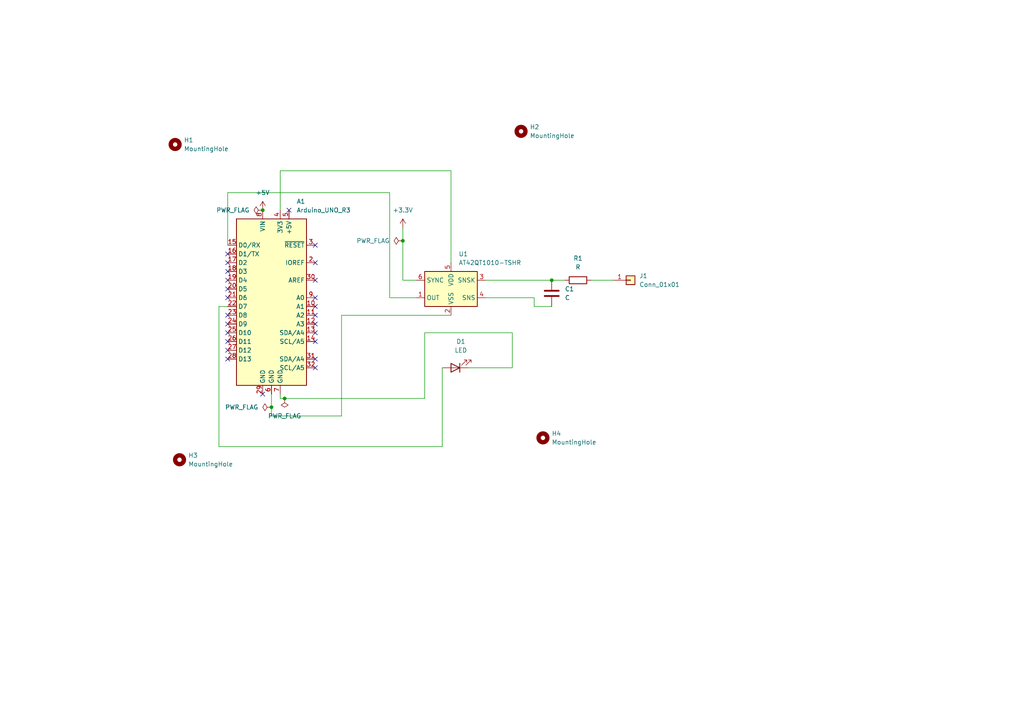
<source format=kicad_sch>
(kicad_sch (version 20230121) (generator eeschema)

  (uuid 49c4ed47-6a86-4792-809c-f287734d1167)

  (paper "A4")

  (lib_symbols
    (symbol "Connector_Generic:Conn_01x01" (pin_names (offset 1.016) hide) (in_bom yes) (on_board yes)
      (property "Reference" "J" (at 0 2.54 0)
        (effects (font (size 1.27 1.27)))
      )
      (property "Value" "Conn_01x01" (at 0 -2.54 0)
        (effects (font (size 1.27 1.27)))
      )
      (property "Footprint" "" (at 0 0 0)
        (effects (font (size 1.27 1.27)) hide)
      )
      (property "Datasheet" "~" (at 0 0 0)
        (effects (font (size 1.27 1.27)) hide)
      )
      (property "ki_keywords" "connector" (at 0 0 0)
        (effects (font (size 1.27 1.27)) hide)
      )
      (property "ki_description" "Generic connector, single row, 01x01, script generated (kicad-library-utils/schlib/autogen/connector/)" (at 0 0 0)
        (effects (font (size 1.27 1.27)) hide)
      )
      (property "ki_fp_filters" "Connector*:*_1x??_*" (at 0 0 0)
        (effects (font (size 1.27 1.27)) hide)
      )
      (symbol "Conn_01x01_1_1"
        (rectangle (start -1.27 0.127) (end 0 -0.127)
          (stroke (width 0.1524) (type default))
          (fill (type none))
        )
        (rectangle (start -1.27 1.27) (end 1.27 -1.27)
          (stroke (width 0.254) (type default))
          (fill (type background))
        )
        (pin passive line (at -5.08 0 0) (length 3.81)
          (name "Pin_1" (effects (font (size 1.27 1.27))))
          (number "1" (effects (font (size 1.27 1.27))))
        )
      )
    )
    (symbol "Device:C" (pin_numbers hide) (pin_names (offset 0.254)) (in_bom yes) (on_board yes)
      (property "Reference" "C" (at 0.635 2.54 0)
        (effects (font (size 1.27 1.27)) (justify left))
      )
      (property "Value" "C" (at 0.635 -2.54 0)
        (effects (font (size 1.27 1.27)) (justify left))
      )
      (property "Footprint" "" (at 0.9652 -3.81 0)
        (effects (font (size 1.27 1.27)) hide)
      )
      (property "Datasheet" "~" (at 0 0 0)
        (effects (font (size 1.27 1.27)) hide)
      )
      (property "ki_keywords" "cap capacitor" (at 0 0 0)
        (effects (font (size 1.27 1.27)) hide)
      )
      (property "ki_description" "Unpolarized capacitor" (at 0 0 0)
        (effects (font (size 1.27 1.27)) hide)
      )
      (property "ki_fp_filters" "C_*" (at 0 0 0)
        (effects (font (size 1.27 1.27)) hide)
      )
      (symbol "C_0_1"
        (polyline
          (pts
            (xy -2.032 -0.762)
            (xy 2.032 -0.762)
          )
          (stroke (width 0.508) (type default))
          (fill (type none))
        )
        (polyline
          (pts
            (xy -2.032 0.762)
            (xy 2.032 0.762)
          )
          (stroke (width 0.508) (type default))
          (fill (type none))
        )
      )
      (symbol "C_1_1"
        (pin passive line (at 0 3.81 270) (length 2.794)
          (name "~" (effects (font (size 1.27 1.27))))
          (number "1" (effects (font (size 1.27 1.27))))
        )
        (pin passive line (at 0 -3.81 90) (length 2.794)
          (name "~" (effects (font (size 1.27 1.27))))
          (number "2" (effects (font (size 1.27 1.27))))
        )
      )
    )
    (symbol "Device:LED" (pin_numbers hide) (pin_names (offset 1.016) hide) (in_bom yes) (on_board yes)
      (property "Reference" "D" (at 0 2.54 0)
        (effects (font (size 1.27 1.27)))
      )
      (property "Value" "LED" (at 0 -2.54 0)
        (effects (font (size 1.27 1.27)))
      )
      (property "Footprint" "" (at 0 0 0)
        (effects (font (size 1.27 1.27)) hide)
      )
      (property "Datasheet" "~" (at 0 0 0)
        (effects (font (size 1.27 1.27)) hide)
      )
      (property "ki_keywords" "LED diode" (at 0 0 0)
        (effects (font (size 1.27 1.27)) hide)
      )
      (property "ki_description" "Light emitting diode" (at 0 0 0)
        (effects (font (size 1.27 1.27)) hide)
      )
      (property "ki_fp_filters" "LED* LED_SMD:* LED_THT:*" (at 0 0 0)
        (effects (font (size 1.27 1.27)) hide)
      )
      (symbol "LED_0_1"
        (polyline
          (pts
            (xy -1.27 -1.27)
            (xy -1.27 1.27)
          )
          (stroke (width 0.254) (type default))
          (fill (type none))
        )
        (polyline
          (pts
            (xy -1.27 0)
            (xy 1.27 0)
          )
          (stroke (width 0) (type default))
          (fill (type none))
        )
        (polyline
          (pts
            (xy 1.27 -1.27)
            (xy 1.27 1.27)
            (xy -1.27 0)
            (xy 1.27 -1.27)
          )
          (stroke (width 0.254) (type default))
          (fill (type none))
        )
        (polyline
          (pts
            (xy -3.048 -0.762)
            (xy -4.572 -2.286)
            (xy -3.81 -2.286)
            (xy -4.572 -2.286)
            (xy -4.572 -1.524)
          )
          (stroke (width 0) (type default))
          (fill (type none))
        )
        (polyline
          (pts
            (xy -1.778 -0.762)
            (xy -3.302 -2.286)
            (xy -2.54 -2.286)
            (xy -3.302 -2.286)
            (xy -3.302 -1.524)
          )
          (stroke (width 0) (type default))
          (fill (type none))
        )
      )
      (symbol "LED_1_1"
        (pin passive line (at -3.81 0 0) (length 2.54)
          (name "K" (effects (font (size 1.27 1.27))))
          (number "1" (effects (font (size 1.27 1.27))))
        )
        (pin passive line (at 3.81 0 180) (length 2.54)
          (name "A" (effects (font (size 1.27 1.27))))
          (number "2" (effects (font (size 1.27 1.27))))
        )
      )
    )
    (symbol "Device:R" (pin_numbers hide) (pin_names (offset 0)) (in_bom yes) (on_board yes)
      (property "Reference" "R" (at 2.032 0 90)
        (effects (font (size 1.27 1.27)))
      )
      (property "Value" "R" (at 0 0 90)
        (effects (font (size 1.27 1.27)))
      )
      (property "Footprint" "" (at -1.778 0 90)
        (effects (font (size 1.27 1.27)) hide)
      )
      (property "Datasheet" "~" (at 0 0 0)
        (effects (font (size 1.27 1.27)) hide)
      )
      (property "ki_keywords" "R res resistor" (at 0 0 0)
        (effects (font (size 1.27 1.27)) hide)
      )
      (property "ki_description" "Resistor" (at 0 0 0)
        (effects (font (size 1.27 1.27)) hide)
      )
      (property "ki_fp_filters" "R_*" (at 0 0 0)
        (effects (font (size 1.27 1.27)) hide)
      )
      (symbol "R_0_1"
        (rectangle (start -1.016 -2.54) (end 1.016 2.54)
          (stroke (width 0.254) (type default))
          (fill (type none))
        )
      )
      (symbol "R_1_1"
        (pin passive line (at 0 3.81 270) (length 1.27)
          (name "~" (effects (font (size 1.27 1.27))))
          (number "1" (effects (font (size 1.27 1.27))))
        )
        (pin passive line (at 0 -3.81 90) (length 1.27)
          (name "~" (effects (font (size 1.27 1.27))))
          (number "2" (effects (font (size 1.27 1.27))))
        )
      )
    )
    (symbol "MCU_Module:Arduino_UNO_R3" (in_bom yes) (on_board yes)
      (property "Reference" "A" (at -10.16 23.495 0)
        (effects (font (size 1.27 1.27)) (justify left bottom))
      )
      (property "Value" "Arduino_UNO_R3" (at 5.08 -26.67 0)
        (effects (font (size 1.27 1.27)) (justify left top))
      )
      (property "Footprint" "Module:Arduino_UNO_R3" (at 0 0 0)
        (effects (font (size 1.27 1.27) italic) hide)
      )
      (property "Datasheet" "https://www.arduino.cc/en/Main/arduinoBoardUno" (at 0 0 0)
        (effects (font (size 1.27 1.27)) hide)
      )
      (property "ki_keywords" "Arduino UNO R3 Microcontroller Module Atmel AVR USB" (at 0 0 0)
        (effects (font (size 1.27 1.27)) hide)
      )
      (property "ki_description" "Arduino UNO Microcontroller Module, release 3" (at 0 0 0)
        (effects (font (size 1.27 1.27)) hide)
      )
      (property "ki_fp_filters" "Arduino*UNO*R3*" (at 0 0 0)
        (effects (font (size 1.27 1.27)) hide)
      )
      (symbol "Arduino_UNO_R3_0_1"
        (rectangle (start -10.16 22.86) (end 10.16 -25.4)
          (stroke (width 0.254) (type default))
          (fill (type background))
        )
      )
      (symbol "Arduino_UNO_R3_1_1"
        (pin no_connect line (at -10.16 -20.32 0) (length 2.54) hide
          (name "NC" (effects (font (size 1.27 1.27))))
          (number "1" (effects (font (size 1.27 1.27))))
        )
        (pin bidirectional line (at 12.7 -2.54 180) (length 2.54)
          (name "A1" (effects (font (size 1.27 1.27))))
          (number "10" (effects (font (size 1.27 1.27))))
        )
        (pin bidirectional line (at 12.7 -5.08 180) (length 2.54)
          (name "A2" (effects (font (size 1.27 1.27))))
          (number "11" (effects (font (size 1.27 1.27))))
        )
        (pin bidirectional line (at 12.7 -7.62 180) (length 2.54)
          (name "A3" (effects (font (size 1.27 1.27))))
          (number "12" (effects (font (size 1.27 1.27))))
        )
        (pin bidirectional line (at 12.7 -10.16 180) (length 2.54)
          (name "SDA/A4" (effects (font (size 1.27 1.27))))
          (number "13" (effects (font (size 1.27 1.27))))
        )
        (pin bidirectional line (at 12.7 -12.7 180) (length 2.54)
          (name "SCL/A5" (effects (font (size 1.27 1.27))))
          (number "14" (effects (font (size 1.27 1.27))))
        )
        (pin bidirectional line (at -12.7 15.24 0) (length 2.54)
          (name "D0/RX" (effects (font (size 1.27 1.27))))
          (number "15" (effects (font (size 1.27 1.27))))
        )
        (pin bidirectional line (at -12.7 12.7 0) (length 2.54)
          (name "D1/TX" (effects (font (size 1.27 1.27))))
          (number "16" (effects (font (size 1.27 1.27))))
        )
        (pin bidirectional line (at -12.7 10.16 0) (length 2.54)
          (name "D2" (effects (font (size 1.27 1.27))))
          (number "17" (effects (font (size 1.27 1.27))))
        )
        (pin bidirectional line (at -12.7 7.62 0) (length 2.54)
          (name "D3" (effects (font (size 1.27 1.27))))
          (number "18" (effects (font (size 1.27 1.27))))
        )
        (pin bidirectional line (at -12.7 5.08 0) (length 2.54)
          (name "D4" (effects (font (size 1.27 1.27))))
          (number "19" (effects (font (size 1.27 1.27))))
        )
        (pin output line (at 12.7 10.16 180) (length 2.54)
          (name "IOREF" (effects (font (size 1.27 1.27))))
          (number "2" (effects (font (size 1.27 1.27))))
        )
        (pin bidirectional line (at -12.7 2.54 0) (length 2.54)
          (name "D5" (effects (font (size 1.27 1.27))))
          (number "20" (effects (font (size 1.27 1.27))))
        )
        (pin bidirectional line (at -12.7 0 0) (length 2.54)
          (name "D6" (effects (font (size 1.27 1.27))))
          (number "21" (effects (font (size 1.27 1.27))))
        )
        (pin bidirectional line (at -12.7 -2.54 0) (length 2.54)
          (name "D7" (effects (font (size 1.27 1.27))))
          (number "22" (effects (font (size 1.27 1.27))))
        )
        (pin bidirectional line (at -12.7 -5.08 0) (length 2.54)
          (name "D8" (effects (font (size 1.27 1.27))))
          (number "23" (effects (font (size 1.27 1.27))))
        )
        (pin bidirectional line (at -12.7 -7.62 0) (length 2.54)
          (name "D9" (effects (font (size 1.27 1.27))))
          (number "24" (effects (font (size 1.27 1.27))))
        )
        (pin bidirectional line (at -12.7 -10.16 0) (length 2.54)
          (name "D10" (effects (font (size 1.27 1.27))))
          (number "25" (effects (font (size 1.27 1.27))))
        )
        (pin bidirectional line (at -12.7 -12.7 0) (length 2.54)
          (name "D11" (effects (font (size 1.27 1.27))))
          (number "26" (effects (font (size 1.27 1.27))))
        )
        (pin bidirectional line (at -12.7 -15.24 0) (length 2.54)
          (name "D12" (effects (font (size 1.27 1.27))))
          (number "27" (effects (font (size 1.27 1.27))))
        )
        (pin bidirectional line (at -12.7 -17.78 0) (length 2.54)
          (name "D13" (effects (font (size 1.27 1.27))))
          (number "28" (effects (font (size 1.27 1.27))))
        )
        (pin power_in line (at -2.54 -27.94 90) (length 2.54)
          (name "GND" (effects (font (size 1.27 1.27))))
          (number "29" (effects (font (size 1.27 1.27))))
        )
        (pin input line (at 12.7 15.24 180) (length 2.54)
          (name "~{RESET}" (effects (font (size 1.27 1.27))))
          (number "3" (effects (font (size 1.27 1.27))))
        )
        (pin input line (at 12.7 5.08 180) (length 2.54)
          (name "AREF" (effects (font (size 1.27 1.27))))
          (number "30" (effects (font (size 1.27 1.27))))
        )
        (pin bidirectional line (at 12.7 -17.78 180) (length 2.54)
          (name "SDA/A4" (effects (font (size 1.27 1.27))))
          (number "31" (effects (font (size 1.27 1.27))))
        )
        (pin bidirectional line (at 12.7 -20.32 180) (length 2.54)
          (name "SCL/A5" (effects (font (size 1.27 1.27))))
          (number "32" (effects (font (size 1.27 1.27))))
        )
        (pin power_out line (at 2.54 25.4 270) (length 2.54)
          (name "3V3" (effects (font (size 1.27 1.27))))
          (number "4" (effects (font (size 1.27 1.27))))
        )
        (pin power_out line (at 5.08 25.4 270) (length 2.54)
          (name "+5V" (effects (font (size 1.27 1.27))))
          (number "5" (effects (font (size 1.27 1.27))))
        )
        (pin power_in line (at 0 -27.94 90) (length 2.54)
          (name "GND" (effects (font (size 1.27 1.27))))
          (number "6" (effects (font (size 1.27 1.27))))
        )
        (pin power_in line (at 2.54 -27.94 90) (length 2.54)
          (name "GND" (effects (font (size 1.27 1.27))))
          (number "7" (effects (font (size 1.27 1.27))))
        )
        (pin power_in line (at -2.54 25.4 270) (length 2.54)
          (name "VIN" (effects (font (size 1.27 1.27))))
          (number "8" (effects (font (size 1.27 1.27))))
        )
        (pin bidirectional line (at 12.7 0 180) (length 2.54)
          (name "A0" (effects (font (size 1.27 1.27))))
          (number "9" (effects (font (size 1.27 1.27))))
        )
      )
    )
    (symbol "Mechanical:MountingHole" (pin_names (offset 1.016)) (in_bom yes) (on_board yes)
      (property "Reference" "H" (at 0 5.08 0)
        (effects (font (size 1.27 1.27)))
      )
      (property "Value" "MountingHole" (at 0 3.175 0)
        (effects (font (size 1.27 1.27)))
      )
      (property "Footprint" "" (at 0 0 0)
        (effects (font (size 1.27 1.27)) hide)
      )
      (property "Datasheet" "~" (at 0 0 0)
        (effects (font (size 1.27 1.27)) hide)
      )
      (property "ki_keywords" "mounting hole" (at 0 0 0)
        (effects (font (size 1.27 1.27)) hide)
      )
      (property "ki_description" "Mounting Hole without connection" (at 0 0 0)
        (effects (font (size 1.27 1.27)) hide)
      )
      (property "ki_fp_filters" "MountingHole*" (at 0 0 0)
        (effects (font (size 1.27 1.27)) hide)
      )
      (symbol "MountingHole_0_1"
        (circle (center 0 0) (radius 1.27)
          (stroke (width 1.27) (type default))
          (fill (type none))
        )
      )
    )
    (symbol "Sensor_Touch:AT42QT1010-TSHR" (in_bom yes) (on_board yes)
      (property "Reference" "U" (at -2.54 8.255 0)
        (effects (font (size 1.27 1.27)) (justify right))
      )
      (property "Value" "AT42QT1010-TSHR" (at -2.54 6.35 0)
        (effects (font (size 1.27 1.27)) (justify right))
      )
      (property "Footprint" "Package_TO_SOT_SMD:SOT-23-6" (at 1.27 -6.35 0)
        (effects (font (size 1.27 1.27)) (justify left) hide)
      )
      (property "Datasheet" "http://ww1.microchip.com/downloads/en/DeviceDoc/40001946A.pdf" (at 6.858 13.97 0)
        (effects (font (size 1.27 1.27)) hide)
      )
      (property "ki_keywords" "Touch QTouch Sensor Key" (at 0 0 0)
        (effects (font (size 1.27 1.27)) hide)
      )
      (property "ki_description" "Single-key Touch Sensor, SOT-23-6" (at 0 0 0)
        (effects (font (size 1.27 1.27)) hide)
      )
      (property "ki_fp_filters" "SOT?23*" (at 0 0 0)
        (effects (font (size 1.27 1.27)) hide)
      )
      (symbol "AT42QT1010-TSHR_0_1"
        (rectangle (start -7.62 5.08) (end 7.62 -5.08)
          (stroke (width 0.254) (type default))
          (fill (type background))
        )
      )
      (symbol "AT42QT1010-TSHR_1_1"
        (pin output line (at -10.16 -2.54 0) (length 2.54)
          (name "OUT" (effects (font (size 1.27 1.27))))
          (number "1" (effects (font (size 1.27 1.27))))
        )
        (pin power_in line (at 0 -7.62 90) (length 2.54)
          (name "VSS" (effects (font (size 1.27 1.27))))
          (number "2" (effects (font (size 1.27 1.27))))
        )
        (pin passive line (at 10.16 2.54 180) (length 2.54)
          (name "SNSK" (effects (font (size 1.27 1.27))))
          (number "3" (effects (font (size 1.27 1.27))))
        )
        (pin passive line (at 10.16 -2.54 180) (length 2.54)
          (name "SNS" (effects (font (size 1.27 1.27))))
          (number "4" (effects (font (size 1.27 1.27))))
        )
        (pin power_in line (at 0 7.62 270) (length 2.54)
          (name "VDD" (effects (font (size 1.27 1.27))))
          (number "5" (effects (font (size 1.27 1.27))))
        )
        (pin input line (at -10.16 2.54 0) (length 2.54)
          (name "SYNC" (effects (font (size 1.27 1.27))))
          (number "6" (effects (font (size 1.27 1.27))))
        )
      )
    )
    (symbol "power:+3.3V" (power) (pin_names (offset 0)) (in_bom yes) (on_board yes)
      (property "Reference" "#PWR" (at 0 -3.81 0)
        (effects (font (size 1.27 1.27)) hide)
      )
      (property "Value" "+3.3V" (at 0 3.556 0)
        (effects (font (size 1.27 1.27)))
      )
      (property "Footprint" "" (at 0 0 0)
        (effects (font (size 1.27 1.27)) hide)
      )
      (property "Datasheet" "" (at 0 0 0)
        (effects (font (size 1.27 1.27)) hide)
      )
      (property "ki_keywords" "global power" (at 0 0 0)
        (effects (font (size 1.27 1.27)) hide)
      )
      (property "ki_description" "Power symbol creates a global label with name \"+3.3V\"" (at 0 0 0)
        (effects (font (size 1.27 1.27)) hide)
      )
      (symbol "+3.3V_0_1"
        (polyline
          (pts
            (xy -0.762 1.27)
            (xy 0 2.54)
          )
          (stroke (width 0) (type default))
          (fill (type none))
        )
        (polyline
          (pts
            (xy 0 0)
            (xy 0 2.54)
          )
          (stroke (width 0) (type default))
          (fill (type none))
        )
        (polyline
          (pts
            (xy 0 2.54)
            (xy 0.762 1.27)
          )
          (stroke (width 0) (type default))
          (fill (type none))
        )
      )
      (symbol "+3.3V_1_1"
        (pin power_in line (at 0 0 90) (length 0) hide
          (name "+3.3V" (effects (font (size 1.27 1.27))))
          (number "1" (effects (font (size 1.27 1.27))))
        )
      )
    )
    (symbol "power:+5V" (power) (pin_names (offset 0)) (in_bom yes) (on_board yes)
      (property "Reference" "#PWR" (at 0 -3.81 0)
        (effects (font (size 1.27 1.27)) hide)
      )
      (property "Value" "+5V" (at 0 3.556 0)
        (effects (font (size 1.27 1.27)))
      )
      (property "Footprint" "" (at 0 0 0)
        (effects (font (size 1.27 1.27)) hide)
      )
      (property "Datasheet" "" (at 0 0 0)
        (effects (font (size 1.27 1.27)) hide)
      )
      (property "ki_keywords" "global power" (at 0 0 0)
        (effects (font (size 1.27 1.27)) hide)
      )
      (property "ki_description" "Power symbol creates a global label with name \"+5V\"" (at 0 0 0)
        (effects (font (size 1.27 1.27)) hide)
      )
      (symbol "+5V_0_1"
        (polyline
          (pts
            (xy -0.762 1.27)
            (xy 0 2.54)
          )
          (stroke (width 0) (type default))
          (fill (type none))
        )
        (polyline
          (pts
            (xy 0 0)
            (xy 0 2.54)
          )
          (stroke (width 0) (type default))
          (fill (type none))
        )
        (polyline
          (pts
            (xy 0 2.54)
            (xy 0.762 1.27)
          )
          (stroke (width 0) (type default))
          (fill (type none))
        )
      )
      (symbol "+5V_1_1"
        (pin power_in line (at 0 0 90) (length 0) hide
          (name "+5V" (effects (font (size 1.27 1.27))))
          (number "1" (effects (font (size 1.27 1.27))))
        )
      )
    )
    (symbol "power:PWR_FLAG" (power) (pin_numbers hide) (pin_names (offset 0) hide) (in_bom yes) (on_board yes)
      (property "Reference" "#FLG" (at 0 1.905 0)
        (effects (font (size 1.27 1.27)) hide)
      )
      (property "Value" "PWR_FLAG" (at 0 3.81 0)
        (effects (font (size 1.27 1.27)))
      )
      (property "Footprint" "" (at 0 0 0)
        (effects (font (size 1.27 1.27)) hide)
      )
      (property "Datasheet" "~" (at 0 0 0)
        (effects (font (size 1.27 1.27)) hide)
      )
      (property "ki_keywords" "flag power" (at 0 0 0)
        (effects (font (size 1.27 1.27)) hide)
      )
      (property "ki_description" "Special symbol for telling ERC where power comes from" (at 0 0 0)
        (effects (font (size 1.27 1.27)) hide)
      )
      (symbol "PWR_FLAG_0_0"
        (pin power_out line (at 0 0 90) (length 0)
          (name "pwr" (effects (font (size 1.27 1.27))))
          (number "1" (effects (font (size 1.27 1.27))))
        )
      )
      (symbol "PWR_FLAG_0_1"
        (polyline
          (pts
            (xy 0 0)
            (xy 0 1.27)
            (xy -1.016 1.905)
            (xy 0 2.54)
            (xy 1.016 1.905)
            (xy 0 1.27)
          )
          (stroke (width 0) (type default))
          (fill (type none))
        )
      )
    )
  )

  (junction (at 76.2 60.96) (diameter 0) (color 0 0 0 0)
    (uuid 1be65b41-3833-4cc2-b676-81deddcd3430)
  )
  (junction (at 78.74 118.11) (diameter 0) (color 0 0 0 0)
    (uuid 40ce512c-5257-4cf9-9ed7-dead19ce71da)
  )
  (junction (at 82.55 115.57) (diameter 0) (color 0 0 0 0)
    (uuid 82388fde-4617-45f9-bda0-2d29b278a8ea)
  )
  (junction (at 116.84 69.85) (diameter 0) (color 0 0 0 0)
    (uuid c64ed172-180e-483f-a7f5-49f0d69ebbff)
  )
  (junction (at 160.02 81.28) (diameter 0) (color 0 0 0 0)
    (uuid ec48f022-1810-4297-b647-d1d76dcc7e4c)
  )

  (no_connect (at 66.04 91.44) (uuid 0cb5e08d-9ed8-4ddb-8904-d0ad2f9e6819))
  (no_connect (at 91.44 99.06) (uuid 15e7ca37-5795-419f-8376-2815dba5a2f8))
  (no_connect (at 91.44 91.44) (uuid 17d9d5af-ee77-4c2f-8a5b-b700f3b5cfae))
  (no_connect (at 91.44 93.98) (uuid 1a7b8d44-8066-451e-8699-1827a8274fbe))
  (no_connect (at 91.44 88.9) (uuid 1bea3abd-05b6-48dd-aa22-6a1fdf836c05))
  (no_connect (at 91.44 81.28) (uuid 1d3f06a9-9c11-4339-83d7-507e3b276b7e))
  (no_connect (at 91.44 96.52) (uuid 2674a177-1bad-44e9-945d-520ed3b09474))
  (no_connect (at 66.04 86.36) (uuid 33fa4d8b-9d72-4c74-b006-8ad013e01106))
  (no_connect (at 66.04 101.6) (uuid 3ee81ee0-e5b2-4433-8dcd-8c85d7dcf2a0))
  (no_connect (at 66.04 76.2) (uuid 49a7aca2-5cd1-4ac5-8f1b-276de0732f1f))
  (no_connect (at 83.82 60.96) (uuid 4f7b7673-3f84-4765-b4b0-92174594f2c2))
  (no_connect (at 91.44 71.12) (uuid 547c174c-7b8a-4c08-b563-0602af9ebf3d))
  (no_connect (at 66.04 73.66) (uuid 7721e798-7a22-4dfa-af0f-b995d24bf107))
  (no_connect (at 66.04 81.28) (uuid 7760f1e1-e078-4a24-9da2-a461b0d1977d))
  (no_connect (at 91.44 104.14) (uuid 7b397c6c-697f-4f27-91fd-0859ea91729b))
  (no_connect (at 91.44 106.68) (uuid 81396815-3103-436b-af55-34c480c71d7d))
  (no_connect (at 91.44 86.36) (uuid a3de943a-6d09-49f6-83f8-61fe541cda14))
  (no_connect (at 66.04 78.74) (uuid ae364b35-8108-4fcc-8902-182e24cd906a))
  (no_connect (at 76.2 114.3) (uuid bca6be8c-38e0-4c53-baf0-96b3287fde74))
  (no_connect (at 91.44 76.2) (uuid c4ad5e7a-b2c7-42c4-9236-787f2ebd80ff))
  (no_connect (at 66.04 83.82) (uuid e1119e69-521b-4d36-94f0-903db9a5adc4))
  (no_connect (at 66.04 96.52) (uuid e1cc90b3-ad2c-41b2-9bfe-46727aa87c62))
  (no_connect (at 66.04 99.06) (uuid e50ae73f-c053-446b-be0b-3aed1dfc87e1))
  (no_connect (at 66.04 104.14) (uuid f1ce365f-7e3f-45d4-a3cb-7fd6c4cb0435))
  (no_connect (at 66.04 93.98) (uuid f7086f94-343a-4fdc-a5de-67847459ea8e))

  (wire (pts (xy 148.59 106.68) (xy 135.89 106.68))
    (stroke (width 0) (type default))
    (uuid 04d950f8-5cb0-44cb-8102-0ccc8587fcbf)
  )
  (wire (pts (xy 116.84 69.85) (xy 116.84 81.28))
    (stroke (width 0) (type default))
    (uuid 0f9b85bf-b730-41eb-b2ef-29310b9cc67d)
  )
  (wire (pts (xy 63.5 129.54) (xy 128.27 129.54))
    (stroke (width 0) (type default))
    (uuid 10dbe8e4-59d4-4b44-b6d8-b484b3208f21)
  )
  (wire (pts (xy 78.74 120.65) (xy 78.74 118.11))
    (stroke (width 0) (type default))
    (uuid 11c815fc-d707-4602-aa29-c73cff851706)
  )
  (wire (pts (xy 116.84 81.28) (xy 120.65 81.28))
    (stroke (width 0) (type default))
    (uuid 204c2e65-d3c9-4e3b-b1e0-5cc013112530)
  )
  (wire (pts (xy 154.94 86.36) (xy 154.94 88.9))
    (stroke (width 0) (type default))
    (uuid 20698c9e-50f1-43af-a329-4d404e0c8737)
  )
  (wire (pts (xy 171.45 81.28) (xy 177.8 81.28))
    (stroke (width 0) (type default))
    (uuid 2508d76f-e2c1-4f6d-ab65-b79b29dd1987)
  )
  (wire (pts (xy 81.28 60.96) (xy 81.28 49.53))
    (stroke (width 0) (type default))
    (uuid 2e961f3f-a34d-4463-a507-620e04726649)
  )
  (wire (pts (xy 130.81 91.44) (xy 99.06 91.44))
    (stroke (width 0) (type default))
    (uuid 2fcb4d02-c95d-4b80-80e6-05f221de9319)
  )
  (wire (pts (xy 140.97 81.28) (xy 160.02 81.28))
    (stroke (width 0) (type default))
    (uuid 3ad83664-731a-478f-9325-e4e44841ca13)
  )
  (wire (pts (xy 116.84 66.04) (xy 116.84 69.85))
    (stroke (width 0) (type default))
    (uuid 475a4ed7-33c7-45bd-a1d9-5cf64051accc)
  )
  (wire (pts (xy 123.19 115.57) (xy 123.19 96.52))
    (stroke (width 0) (type default))
    (uuid 50027229-d7ed-4087-bd9d-4ab3c6ae1d3c)
  )
  (wire (pts (xy 99.06 91.44) (xy 99.06 120.65))
    (stroke (width 0) (type default))
    (uuid 5642e9b5-b884-447a-955d-108d35c846db)
  )
  (wire (pts (xy 154.94 88.9) (xy 160.02 88.9))
    (stroke (width 0) (type default))
    (uuid 5f25517b-fbd8-4fe9-bb4a-70e4d1ce87bd)
  )
  (wire (pts (xy 66.04 88.9) (xy 63.5 88.9))
    (stroke (width 0) (type default))
    (uuid 634f817d-7014-4a59-9020-fc7d480adb78)
  )
  (wire (pts (xy 99.06 120.65) (xy 78.74 120.65))
    (stroke (width 0) (type default))
    (uuid 69f09f2f-4dd5-4487-9833-135f34b213f3)
  )
  (wire (pts (xy 78.74 118.11) (xy 78.74 114.3))
    (stroke (width 0) (type default))
    (uuid 76844246-427d-4c27-8d4c-591d34f12ffa)
  )
  (wire (pts (xy 130.81 49.53) (xy 130.81 76.2))
    (stroke (width 0) (type default))
    (uuid 7983858b-bf77-4ffb-b28e-0536cec55f89)
  )
  (wire (pts (xy 113.03 55.88) (xy 113.03 86.36))
    (stroke (width 0) (type default))
    (uuid 79f753ee-beb9-43ab-859a-f16ff01a6b0f)
  )
  (wire (pts (xy 81.28 115.57) (xy 82.55 115.57))
    (stroke (width 0) (type default))
    (uuid 7b42f8a4-dfd6-4460-9d13-6d72126cb3f8)
  )
  (wire (pts (xy 123.19 96.52) (xy 148.59 96.52))
    (stroke (width 0) (type default))
    (uuid 7f0dc604-ab9e-42d4-905b-77e79217c9d2)
  )
  (wire (pts (xy 128.27 129.54) (xy 128.27 106.68))
    (stroke (width 0) (type default))
    (uuid 813509b1-1cef-413a-b864-05507fce24e9)
  )
  (wire (pts (xy 82.55 115.57) (xy 123.19 115.57))
    (stroke (width 0) (type default))
    (uuid 977c1a1f-c692-4150-a848-ee7d59632635)
  )
  (wire (pts (xy 66.04 55.88) (xy 113.03 55.88))
    (stroke (width 0) (type default))
    (uuid 9f91b603-e37b-4607-8396-a89bec5aa820)
  )
  (wire (pts (xy 113.03 86.36) (xy 120.65 86.36))
    (stroke (width 0) (type default))
    (uuid af6d8bcd-86f0-4b07-8836-aaf80d5db022)
  )
  (wire (pts (xy 140.97 86.36) (xy 154.94 86.36))
    (stroke (width 0) (type default))
    (uuid bb86f7e8-de10-4081-9d3b-a2874c16a374)
  )
  (wire (pts (xy 63.5 88.9) (xy 63.5 129.54))
    (stroke (width 0) (type default))
    (uuid c4d6b305-2cf6-471d-a756-bbc99c58d29e)
  )
  (wire (pts (xy 160.02 81.28) (xy 163.83 81.28))
    (stroke (width 0) (type default))
    (uuid d21f6685-e4c4-4bc9-be21-608bbd0293b7)
  )
  (wire (pts (xy 81.28 114.3) (xy 81.28 115.57))
    (stroke (width 0) (type default))
    (uuid d5ce820b-a1f4-4df2-af0d-a9d7841a7f3e)
  )
  (wire (pts (xy 148.59 96.52) (xy 148.59 106.68))
    (stroke (width 0) (type default))
    (uuid e512bdae-ddd7-403b-b2f5-926d1614f667)
  )
  (wire (pts (xy 66.04 71.12) (xy 66.04 55.88))
    (stroke (width 0) (type default))
    (uuid e59cb1ab-643e-4959-bad8-d97f37a91d11)
  )
  (wire (pts (xy 81.28 49.53) (xy 130.81 49.53))
    (stroke (width 0) (type default))
    (uuid e9e9a725-b186-42b7-a275-788ead8a0bd0)
  )

  (symbol (lib_id "power:PWR_FLAG") (at 76.2 60.96 90) (unit 1)
    (in_bom yes) (on_board yes) (dnp no) (fields_autoplaced)
    (uuid 09497a00-e42f-4247-bee5-410800679ef1)
    (property "Reference" "#FLG01" (at 74.295 60.96 0)
      (effects (font (size 1.27 1.27)) hide)
    )
    (property "Value" "PWR_FLAG" (at 72.39 60.96 90)
      (effects (font (size 1.27 1.27)) (justify left))
    )
    (property "Footprint" "" (at 76.2 60.96 0)
      (effects (font (size 1.27 1.27)) hide)
    )
    (property "Datasheet" "~" (at 76.2 60.96 0)
      (effects (font (size 1.27 1.27)) hide)
    )
    (pin "1" (uuid 26e59ab6-3e12-4735-a3cb-cd7a5080f1ae))
    (instances
      (project "project2"
        (path "/49c4ed47-6a86-4792-809c-f287734d1167"
          (reference "#FLG01") (unit 1)
        )
      )
    )
  )

  (symbol (lib_id "Mechanical:MountingHole") (at 157.48 127 0) (unit 1)
    (in_bom yes) (on_board yes) (dnp no) (fields_autoplaced)
    (uuid 150504a9-053a-4d93-a2a8-e8426ae445fb)
    (property "Reference" "H4" (at 160.02 125.73 0)
      (effects (font (size 1.27 1.27)) (justify left))
    )
    (property "Value" "MountingHole" (at 160.02 128.27 0)
      (effects (font (size 1.27 1.27)) (justify left))
    )
    (property "Footprint" "MountingHole:MountingHole_2.2mm_M2_ISO14580" (at 157.48 127 0)
      (effects (font (size 1.27 1.27)) hide)
    )
    (property "Datasheet" "~" (at 157.48 127 0)
      (effects (font (size 1.27 1.27)) hide)
    )
    (instances
      (project "project2"
        (path "/49c4ed47-6a86-4792-809c-f287734d1167"
          (reference "H4") (unit 1)
        )
      )
    )
  )

  (symbol (lib_id "Mechanical:MountingHole") (at 50.8 41.91 0) (unit 1)
    (in_bom yes) (on_board yes) (dnp no) (fields_autoplaced)
    (uuid 1f0c5186-b5c7-4ad4-b4b2-8cc0e253245f)
    (property "Reference" "H1" (at 53.34 40.64 0)
      (effects (font (size 1.27 1.27)) (justify left))
    )
    (property "Value" "MountingHole" (at 53.34 43.18 0)
      (effects (font (size 1.27 1.27)) (justify left))
    )
    (property "Footprint" "MountingHole:MountingHole_2.2mm_M2_ISO14580" (at 50.8 41.91 0)
      (effects (font (size 1.27 1.27)) hide)
    )
    (property "Datasheet" "~" (at 50.8 41.91 0)
      (effects (font (size 1.27 1.27)) hide)
    )
    (instances
      (project "project2"
        (path "/49c4ed47-6a86-4792-809c-f287734d1167"
          (reference "H1") (unit 1)
        )
      )
    )
  )

  (symbol (lib_id "power:PWR_FLAG") (at 78.74 118.11 90) (unit 1)
    (in_bom yes) (on_board yes) (dnp no) (fields_autoplaced)
    (uuid 37816576-3dcd-4067-af38-35ad900ea68a)
    (property "Reference" "#FLG02" (at 76.835 118.11 0)
      (effects (font (size 1.27 1.27)) hide)
    )
    (property "Value" "PWR_FLAG" (at 74.93 118.11 90)
      (effects (font (size 1.27 1.27)) (justify left))
    )
    (property "Footprint" "" (at 78.74 118.11 0)
      (effects (font (size 1.27 1.27)) hide)
    )
    (property "Datasheet" "~" (at 78.74 118.11 0)
      (effects (font (size 1.27 1.27)) hide)
    )
    (pin "1" (uuid 05901196-fa57-4a4d-b64e-e607092e4310))
    (instances
      (project "project2"
        (path "/49c4ed47-6a86-4792-809c-f287734d1167"
          (reference "#FLG02") (unit 1)
        )
      )
    )
  )

  (symbol (lib_id "power:PWR_FLAG") (at 82.55 115.57 180) (unit 1)
    (in_bom yes) (on_board yes) (dnp no) (fields_autoplaced)
    (uuid 40569d0b-3952-4f58-909e-1ed1fc1a69a7)
    (property "Reference" "#FLG03" (at 82.55 117.475 0)
      (effects (font (size 1.27 1.27)) hide)
    )
    (property "Value" "PWR_FLAG" (at 82.55 120.65 0)
      (effects (font (size 1.27 1.27)))
    )
    (property "Footprint" "" (at 82.55 115.57 0)
      (effects (font (size 1.27 1.27)) hide)
    )
    (property "Datasheet" "~" (at 82.55 115.57 0)
      (effects (font (size 1.27 1.27)) hide)
    )
    (pin "1" (uuid 99bb093f-2732-4280-9102-c2bdf6cd670c))
    (instances
      (project "project2"
        (path "/49c4ed47-6a86-4792-809c-f287734d1167"
          (reference "#FLG03") (unit 1)
        )
      )
    )
  )

  (symbol (lib_id "Device:R") (at 167.64 81.28 90) (unit 1)
    (in_bom yes) (on_board yes) (dnp no) (fields_autoplaced)
    (uuid 5c48f9d4-2851-4ffa-af42-d942c6104419)
    (property "Reference" "R1" (at 167.64 74.93 90)
      (effects (font (size 1.27 1.27)))
    )
    (property "Value" "R" (at 167.64 77.47 90)
      (effects (font (size 1.27 1.27)))
    )
    (property "Footprint" "Resistor_THT:R_Axial_DIN0516_L15.5mm_D5.0mm_P20.32mm_Horizontal" (at 167.64 83.058 90)
      (effects (font (size 1.27 1.27)) hide)
    )
    (property "Datasheet" "~" (at 167.64 81.28 0)
      (effects (font (size 1.27 1.27)) hide)
    )
    (pin "2" (uuid 0d20312f-29b0-44a5-8118-1cbf30b9c1a5))
    (pin "1" (uuid 3d2ea786-0a33-4b96-b18d-a8ce2caf961c))
    (instances
      (project "project2"
        (path "/49c4ed47-6a86-4792-809c-f287734d1167"
          (reference "R1") (unit 1)
        )
      )
    )
  )

  (symbol (lib_id "Connector_Generic:Conn_01x01") (at 182.88 81.28 0) (unit 1)
    (in_bom yes) (on_board yes) (dnp no) (fields_autoplaced)
    (uuid 6edeeb00-e2c5-4a3a-ab57-9c57e42dcec6)
    (property "Reference" "J1" (at 185.42 80.01 0)
      (effects (font (size 1.27 1.27)) (justify left))
    )
    (property "Value" "Conn_01x01" (at 185.42 82.55 0)
      (effects (font (size 1.27 1.27)) (justify left))
    )
    (property "Footprint" "TerminalBlock_Phoenix:TerminalBlock_Phoenix_MKDS-1,5-2-5.08_1x02_P5.08mm_Horizontal" (at 182.88 81.28 0)
      (effects (font (size 1.27 1.27)) hide)
    )
    (property "Datasheet" "~" (at 182.88 81.28 0)
      (effects (font (size 1.27 1.27)) hide)
    )
    (pin "1" (uuid dc72ec16-0592-4516-a35c-98572faf94ef))
    (instances
      (project "project2"
        (path "/49c4ed47-6a86-4792-809c-f287734d1167"
          (reference "J1") (unit 1)
        )
      )
    )
  )

  (symbol (lib_id "Mechanical:MountingHole") (at 151.13 38.1 0) (unit 1)
    (in_bom yes) (on_board yes) (dnp no) (fields_autoplaced)
    (uuid 8643fcd4-942f-4be5-bd34-3056f3390ee5)
    (property "Reference" "H2" (at 153.67 36.83 0)
      (effects (font (size 1.27 1.27)) (justify left))
    )
    (property "Value" "MountingHole" (at 153.67 39.37 0)
      (effects (font (size 1.27 1.27)) (justify left))
    )
    (property "Footprint" "MountingHole:MountingHole_2.2mm_M2_ISO14580" (at 151.13 38.1 0)
      (effects (font (size 1.27 1.27)) hide)
    )
    (property "Datasheet" "~" (at 151.13 38.1 0)
      (effects (font (size 1.27 1.27)) hide)
    )
    (instances
      (project "project2"
        (path "/49c4ed47-6a86-4792-809c-f287734d1167"
          (reference "H2") (unit 1)
        )
      )
    )
  )

  (symbol (lib_id "Device:C") (at 160.02 85.09 0) (unit 1)
    (in_bom yes) (on_board yes) (dnp no) (fields_autoplaced)
    (uuid 88efe6b2-93c9-4bad-aa59-a7126e5136e0)
    (property "Reference" "C1" (at 163.83 83.82 0)
      (effects (font (size 1.27 1.27)) (justify left))
    )
    (property "Value" "C" (at 163.83 86.36 0)
      (effects (font (size 1.27 1.27)) (justify left))
    )
    (property "Footprint" "Capacitor_THT:CP_Radial_D4.0mm_P2.00mm" (at 160.9852 88.9 0)
      (effects (font (size 1.27 1.27)) hide)
    )
    (property "Datasheet" "~" (at 160.02 85.09 0)
      (effects (font (size 1.27 1.27)) hide)
    )
    (pin "2" (uuid 67160fdd-b032-4418-9da0-90903d54404d))
    (pin "1" (uuid a680b739-67a9-4d7b-9aa9-14fd62a3d45d))
    (instances
      (project "project2"
        (path "/49c4ed47-6a86-4792-809c-f287734d1167"
          (reference "C1") (unit 1)
        )
      )
    )
  )

  (symbol (lib_id "Sensor_Touch:AT42QT1010-TSHR") (at 130.81 83.82 0) (unit 1)
    (in_bom yes) (on_board yes) (dnp no) (fields_autoplaced)
    (uuid 8bbbcaa2-bfad-46ce-aafd-ee892753aee7)
    (property "Reference" "U1" (at 133.0041 73.66 0)
      (effects (font (size 1.27 1.27)) (justify left))
    )
    (property "Value" "AT42QT1010-TSHR" (at 133.0041 76.2 0)
      (effects (font (size 1.27 1.27)) (justify left))
    )
    (property "Footprint" "Package_TO_SOT_SMD:SOT-23-6" (at 132.08 90.17 0)
      (effects (font (size 1.27 1.27)) (justify left) hide)
    )
    (property "Datasheet" "http://ww1.microchip.com/downloads/en/DeviceDoc/40001946A.pdf" (at 137.668 69.85 0)
      (effects (font (size 1.27 1.27)) hide)
    )
    (pin "6" (uuid 0b73fcdf-5047-49ac-b47f-2ba139627ff6))
    (pin "3" (uuid c78ab439-6d63-453e-8da9-879297fe8de2))
    (pin "1" (uuid 42215056-ffed-4d97-9aaa-087b01a01aa6))
    (pin "5" (uuid 59890023-1c80-4b46-bfe1-9e060a6f5fc8))
    (pin "2" (uuid c87cfb2c-78af-4108-9088-049d83b6bf42))
    (pin "4" (uuid 542629bd-5494-4f16-afdd-ed1ae63d4430))
    (instances
      (project "project2"
        (path "/49c4ed47-6a86-4792-809c-f287734d1167"
          (reference "U1") (unit 1)
        )
      )
    )
  )

  (symbol (lib_id "power:PWR_FLAG") (at 116.84 69.85 90) (unit 1)
    (in_bom yes) (on_board yes) (dnp no) (fields_autoplaced)
    (uuid 8be6cbef-c552-468c-999f-85b99055499a)
    (property "Reference" "#FLG04" (at 114.935 69.85 0)
      (effects (font (size 1.27 1.27)) hide)
    )
    (property "Value" "PWR_FLAG" (at 113.03 69.85 90)
      (effects (font (size 1.27 1.27)) (justify left))
    )
    (property "Footprint" "" (at 116.84 69.85 0)
      (effects (font (size 1.27 1.27)) hide)
    )
    (property "Datasheet" "~" (at 116.84 69.85 0)
      (effects (font (size 1.27 1.27)) hide)
    )
    (pin "1" (uuid b1eea074-a853-48ee-a4dd-f8809d517a82))
    (instances
      (project "project2"
        (path "/49c4ed47-6a86-4792-809c-f287734d1167"
          (reference "#FLG04") (unit 1)
        )
      )
    )
  )

  (symbol (lib_id "MCU_Module:Arduino_UNO_R3") (at 78.74 86.36 0) (unit 1)
    (in_bom yes) (on_board yes) (dnp no) (fields_autoplaced)
    (uuid a6ee7b86-e7c0-4a18-a5a5-38b2ec92dcd5)
    (property "Reference" "A1" (at 86.0141 58.42 0)
      (effects (font (size 1.27 1.27)) (justify left))
    )
    (property "Value" "Arduino_UNO_R3" (at 86.0141 60.96 0)
      (effects (font (size 1.27 1.27)) (justify left))
    )
    (property "Footprint" "Module:Arduino_UNO_R3" (at 78.74 86.36 0)
      (effects (font (size 1.27 1.27) italic) hide)
    )
    (property "Datasheet" "https://www.arduino.cc/en/Main/arduinoBoardUno" (at 78.74 86.36 0)
      (effects (font (size 1.27 1.27)) hide)
    )
    (pin "26" (uuid 4add5edb-d5ce-4d0c-9764-1404771bf8c5))
    (pin "19" (uuid e351731e-4e57-41b1-bea2-e099f515e439))
    (pin "6" (uuid e5e84f2a-3019-4ca3-ad85-282ec5831ca2))
    (pin "4" (uuid be3d085c-14e3-4315-ba00-e801bcc07ada))
    (pin "13" (uuid fbe36c75-4029-4706-8bb1-6e0c69931882))
    (pin "17" (uuid dc500bf1-b277-49b3-8b61-8d79ac33eccd))
    (pin "16" (uuid b6518047-624f-46e9-8133-8daf8b6b1e39))
    (pin "20" (uuid 038f0141-d596-4e3c-bf15-97840c5f16ba))
    (pin "18" (uuid c5f7c526-00a4-4a8e-97de-6bcf2fd9b933))
    (pin "24" (uuid 4fc36eaa-0b59-4a52-a085-2444ae0f530f))
    (pin "7" (uuid 4285e601-0011-43ca-bf6b-e26da37a559f))
    (pin "3" (uuid e325051b-1e26-4b9b-8e28-7c2c88d86fdb))
    (pin "23" (uuid 4d66dd8a-7339-41e0-a59c-152ed1069ed1))
    (pin "28" (uuid 0a5d5e5e-c181-40f5-ba20-0c0a6ae15eb3))
    (pin "29" (uuid 4475044c-59e3-40d6-b682-c3b3ee8bc2ef))
    (pin "10" (uuid 1bc41aa6-e25e-4c7b-b5a3-a96b44d8e4c5))
    (pin "22" (uuid 4a5369e6-a33f-457a-a837-e0f4f33639ea))
    (pin "31" (uuid 1c269764-1c2f-4615-b109-343284830879))
    (pin "32" (uuid cab0f796-0cde-4107-b0c3-ab95e3b7475e))
    (pin "2" (uuid f3130e94-f3a6-4b6a-99e3-342cf8123b50))
    (pin "27" (uuid 9933315f-5c7d-42bd-be0c-d45a7b533270))
    (pin "9" (uuid f0f51793-c680-49a5-a04e-5fbf8b494a8d))
    (pin "12" (uuid fa525d7c-6366-49cb-b3ef-ca52852a65b3))
    (pin "30" (uuid fe2d4a88-8ac6-4e5d-b80f-ec9f37156479))
    (pin "1" (uuid f161a302-83cd-478a-9896-b64d852bc20d))
    (pin "11" (uuid 0faa3df4-565a-43a1-90ad-89b977a68739))
    (pin "21" (uuid 33c37479-1688-4eca-9cea-94e5d757bc03))
    (pin "5" (uuid 9b90e0b2-8dfc-4b0e-b002-fb226182234b))
    (pin "8" (uuid 8482e835-9eb5-40a8-ade3-afb8424d19d2))
    (pin "14" (uuid 813c6246-07d3-4433-81a3-b6a4f98be19b))
    (pin "15" (uuid 02566f81-fba8-4f91-9856-97b326b02b87))
    (pin "25" (uuid c3f5c91f-c420-4fa7-8091-669be1257a15))
    (instances
      (project "project2"
        (path "/49c4ed47-6a86-4792-809c-f287734d1167"
          (reference "A1") (unit 1)
        )
      )
    )
  )

  (symbol (lib_id "power:+3.3V") (at 116.84 66.04 0) (unit 1)
    (in_bom yes) (on_board yes) (dnp no) (fields_autoplaced)
    (uuid ba2d63f7-99e1-4a36-aa70-705c28c5e588)
    (property "Reference" "#PWR02" (at 116.84 69.85 0)
      (effects (font (size 1.27 1.27)) hide)
    )
    (property "Value" "+3.3V" (at 116.84 60.96 0)
      (effects (font (size 1.27 1.27)))
    )
    (property "Footprint" "" (at 116.84 66.04 0)
      (effects (font (size 1.27 1.27)) hide)
    )
    (property "Datasheet" "" (at 116.84 66.04 0)
      (effects (font (size 1.27 1.27)) hide)
    )
    (pin "1" (uuid 2f6a1862-b1be-4e8d-8e12-b1ad76e68e9e))
    (instances
      (project "project2"
        (path "/49c4ed47-6a86-4792-809c-f287734d1167"
          (reference "#PWR02") (unit 1)
        )
      )
    )
  )

  (symbol (lib_id "Device:LED") (at 132.08 106.68 180) (unit 1)
    (in_bom yes) (on_board yes) (dnp no) (fields_autoplaced)
    (uuid c6e67c2b-3188-47f8-83b1-c441656928bf)
    (property "Reference" "D1" (at 133.6675 99.06 0)
      (effects (font (size 1.27 1.27)))
    )
    (property "Value" "LED" (at 133.6675 101.6 0)
      (effects (font (size 1.27 1.27)))
    )
    (property "Footprint" "LED_THT:LED_D8.0mm" (at 132.08 106.68 0)
      (effects (font (size 1.27 1.27)) hide)
    )
    (property "Datasheet" "~" (at 132.08 106.68 0)
      (effects (font (size 1.27 1.27)) hide)
    )
    (pin "1" (uuid 197435cb-7fb9-439c-a5a3-f7d7368af938))
    (pin "2" (uuid f439dd49-3855-4ede-9c04-d9a6d7d8b9f8))
    (instances
      (project "project2"
        (path "/49c4ed47-6a86-4792-809c-f287734d1167"
          (reference "D1") (unit 1)
        )
      )
    )
  )

  (symbol (lib_id "Mechanical:MountingHole") (at 52.07 133.35 0) (unit 1)
    (in_bom yes) (on_board yes) (dnp no) (fields_autoplaced)
    (uuid eae14e8c-de41-4de1-b01d-c51d137a6627)
    (property "Reference" "H3" (at 54.61 132.08 0)
      (effects (font (size 1.27 1.27)) (justify left))
    )
    (property "Value" "MountingHole" (at 54.61 134.62 0)
      (effects (font (size 1.27 1.27)) (justify left))
    )
    (property "Footprint" "MountingHole:MountingHole_2.2mm_M2_ISO14580" (at 52.07 133.35 0)
      (effects (font (size 1.27 1.27)) hide)
    )
    (property "Datasheet" "~" (at 52.07 133.35 0)
      (effects (font (size 1.27 1.27)) hide)
    )
    (instances
      (project "project2"
        (path "/49c4ed47-6a86-4792-809c-f287734d1167"
          (reference "H3") (unit 1)
        )
      )
    )
  )

  (symbol (lib_id "power:+5V") (at 76.2 60.96 0) (unit 1)
    (in_bom yes) (on_board yes) (dnp no) (fields_autoplaced)
    (uuid f658143e-5166-4519-9d6d-9add42113bdf)
    (property "Reference" "#PWR01" (at 76.2 64.77 0)
      (effects (font (size 1.27 1.27)) hide)
    )
    (property "Value" "+5V" (at 76.2 55.88 0)
      (effects (font (size 1.27 1.27)))
    )
    (property "Footprint" "" (at 76.2 60.96 0)
      (effects (font (size 1.27 1.27)) hide)
    )
    (property "Datasheet" "" (at 76.2 60.96 0)
      (effects (font (size 1.27 1.27)) hide)
    )
    (pin "1" (uuid a1094971-93a0-46b1-a77f-17946ca1fd66))
    (instances
      (project "project2"
        (path "/49c4ed47-6a86-4792-809c-f287734d1167"
          (reference "#PWR01") (unit 1)
        )
      )
    )
  )

  (sheet_instances
    (path "/" (page "1"))
  )
)

</source>
